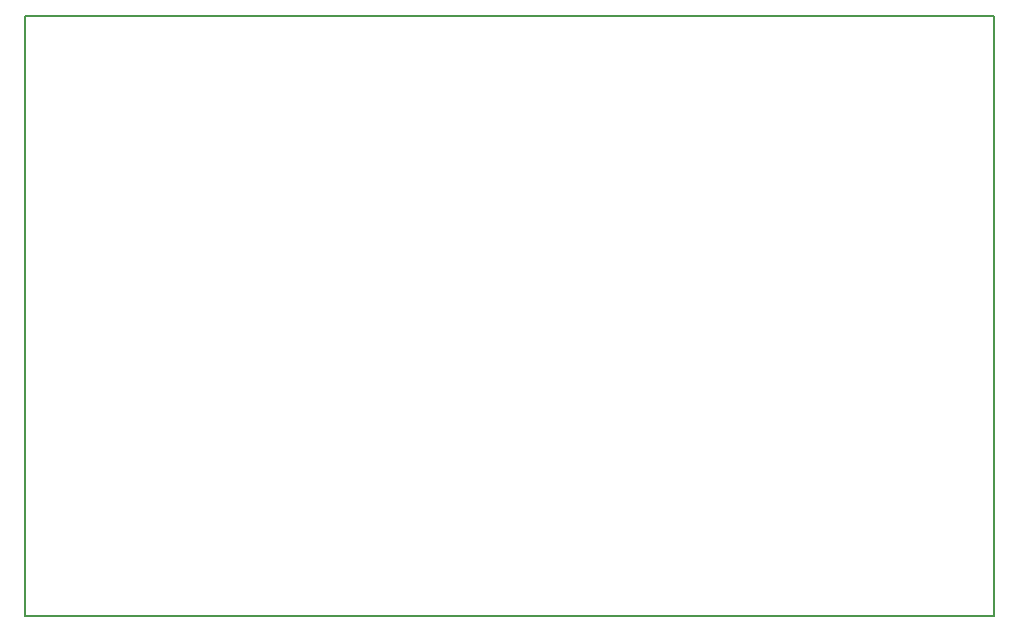
<source format=gko>
G04 #@! TF.FileFunction,Profile,NP*
%FSLAX46Y46*%
G04 Gerber Fmt 4.6, Leading zero omitted, Abs format (unit mm)*
G04 Created by KiCad (PCBNEW 4.0.4-stable) date 07/15/17 23:52:54*
%MOMM*%
%LPD*%
G01*
G04 APERTURE LIST*
%ADD10C,0.100000*%
%ADD11C,0.150000*%
G04 APERTURE END LIST*
D10*
D11*
X207670400Y-59994800D02*
X207670400Y-110794800D01*
X125628400Y-59994800D02*
X207670400Y-59994800D01*
X125628400Y-110794800D02*
X125628400Y-59994800D01*
X207670400Y-110794800D02*
X125628400Y-110794800D01*
M02*

</source>
